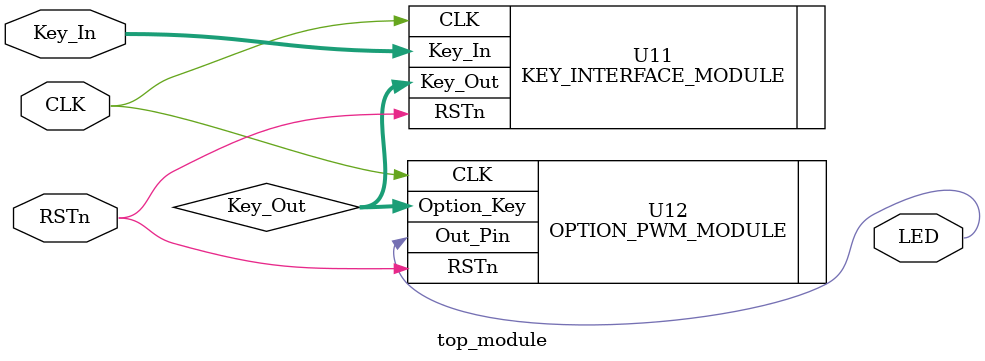
<source format=v>

module top_module
(
	CLK, RSTn,
	Key_In,
	LED
);

	input CLK;
	input RSTn;
	input [4:0]Key_In;
	output LED;
	
	
	wire [4:0]Key_Out;
	
	KEY_INTERFACE_MODULE U11
	(
		.CLK(CLK),
		.RSTn(RSTn),
		.Key_In(Key_In),
		.Key_Out(Key_Out)
	);
	
	
	OPTION_PWM_MODULE U12
	(
		.CLK(CLK),
		.RSTn(RSTn),
		.Option_Key(Key_Out),
		.Out_Pin(LED)
	);
	
	
endmodule

</source>
